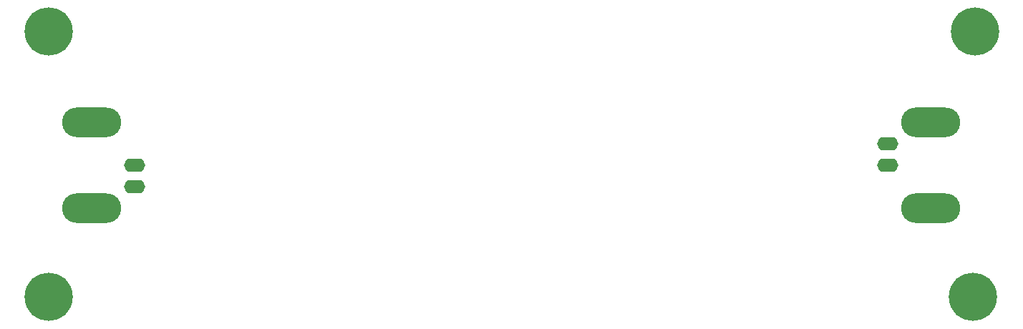
<source format=gbs>
%TF.GenerationSoftware,KiCad,Pcbnew,7.0.10-7.0.10~ubuntu22.04.1*%
%TF.CreationDate,2024-06-08T07:05:10-07:00*%
%TF.ProjectId,rf_attenuator_r3,72665f61-7474-4656-9e75-61746f725f72,rev?*%
%TF.SameCoordinates,Original*%
%TF.FileFunction,Soldermask,Bot*%
%TF.FilePolarity,Negative*%
%FSLAX46Y46*%
G04 Gerber Fmt 4.6, Leading zero omitted, Abs format (unit mm)*
G04 Created by KiCad (PCBNEW 7.0.10-7.0.10~ubuntu22.04.1) date 2024-06-08 07:05:10*
%MOMM*%
%LPD*%
G01*
G04 APERTURE LIST*
%ADD10C,3.600000*%
%ADD11C,5.700000*%
%ADD12O,7.000000X3.500000*%
%ADD13O,2.500000X1.600000*%
G04 APERTURE END LIST*
D10*
%TO.C,H2*%
X194106800Y-102260400D03*
D11*
X194106800Y-102260400D03*
%TD*%
D12*
%TO.C,J1*%
X89865200Y-81534000D03*
D13*
X94945200Y-89154000D03*
D12*
X89865200Y-91694000D03*
D13*
X94945200Y-86614000D03*
%TD*%
D10*
%TO.C,H3*%
X84785200Y-70840600D03*
D11*
X84785200Y-70840600D03*
%TD*%
D13*
%TO.C,J2*%
X184023000Y-86614000D03*
D12*
X189103000Y-81534000D03*
D13*
X184023000Y-84074000D03*
D12*
X189103000Y-91694000D03*
%TD*%
D10*
%TO.C,H1*%
X194284600Y-70840600D03*
D11*
X194284600Y-70840600D03*
%TD*%
D10*
%TO.C,H4*%
X84734400Y-102260400D03*
D11*
X84734400Y-102260400D03*
%TD*%
M02*

</source>
